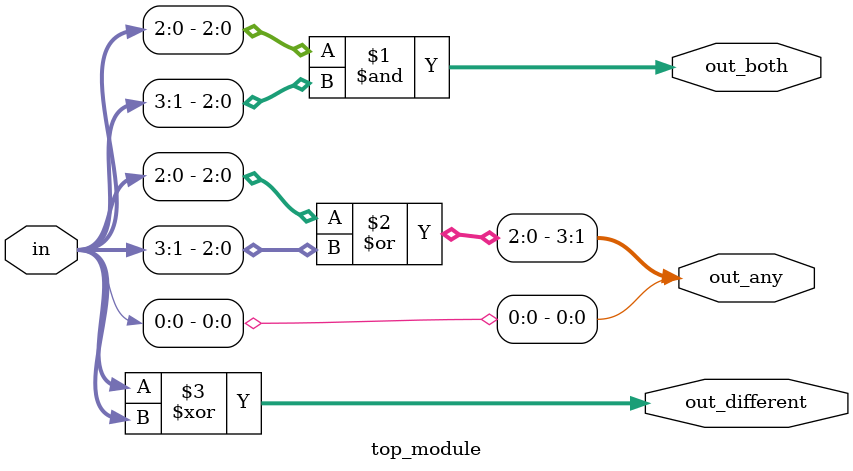
<source format=sv>
module top_module (
	input [3:0] in,
	output [2:0] out_both,
	output [3:0] out_any,
	output [3:0] out_different
);
	assign out_both = in[2:0] & in[3:1];
	assign out_any = {in[2:0] | in[3:1], in[0]};
	assign out_different = in ^ {in[3:1], in[0]};
endmodule

</source>
